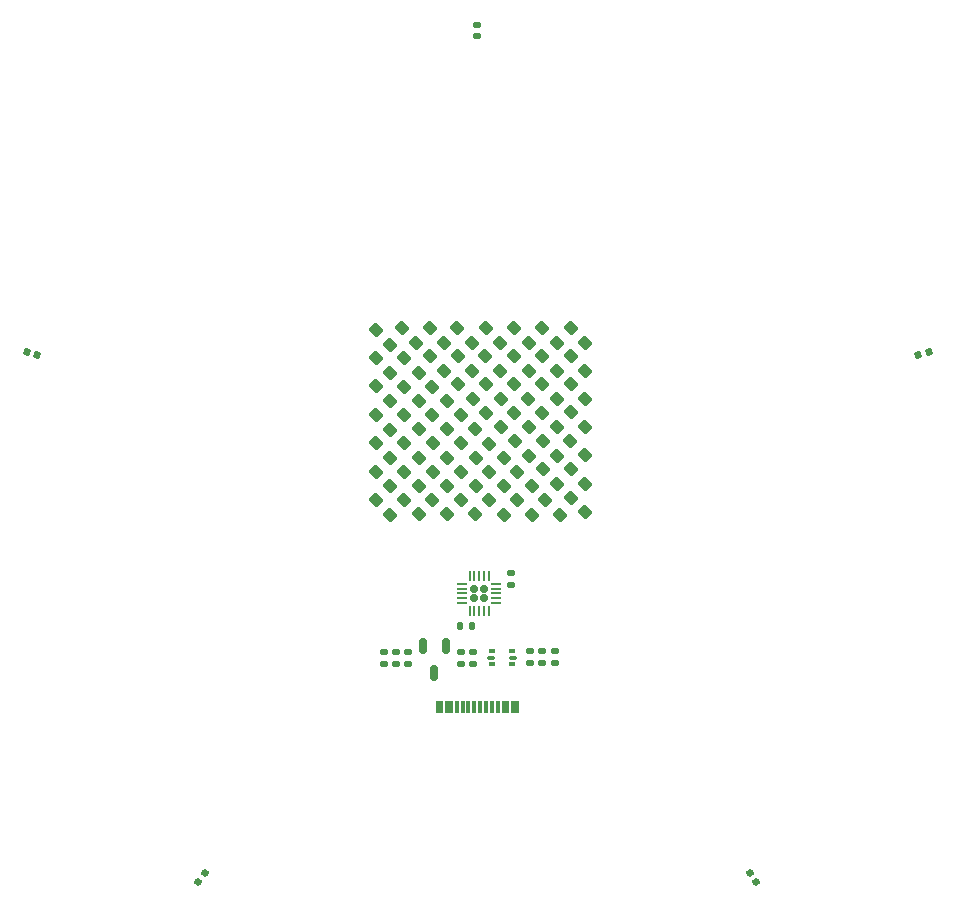
<source format=gbr>
%TF.GenerationSoftware,KiCad,Pcbnew,8.0.6*%
%TF.CreationDate,2024-11-25T17:42:41+01:00*%
%TF.ProjectId,star,73746172-2e6b-4696-9361-645f70636258,rev?*%
%TF.SameCoordinates,Original*%
%TF.FileFunction,Paste,Top*%
%TF.FilePolarity,Positive*%
%FSLAX46Y46*%
G04 Gerber Fmt 4.6, Leading zero omitted, Abs format (unit mm)*
G04 Created by KiCad (PCBNEW 8.0.6) date 2024-11-25 17:42:41*
%MOMM*%
%LPD*%
G01*
G04 APERTURE LIST*
G04 Aperture macros list*
%AMRoundRect*
0 Rectangle with rounded corners*
0 $1 Rounding radius*
0 $2 $3 $4 $5 $6 $7 $8 $9 X,Y pos of 4 corners*
0 Add a 4 corners polygon primitive as box body*
4,1,4,$2,$3,$4,$5,$6,$7,$8,$9,$2,$3,0*
0 Add four circle primitives for the rounded corners*
1,1,$1+$1,$2,$3*
1,1,$1+$1,$4,$5*
1,1,$1+$1,$6,$7*
1,1,$1+$1,$8,$9*
0 Add four rect primitives between the rounded corners*
20,1,$1+$1,$2,$3,$4,$5,0*
20,1,$1+$1,$4,$5,$6,$7,0*
20,1,$1+$1,$6,$7,$8,$9,0*
20,1,$1+$1,$8,$9,$2,$3,0*%
G04 Aperture macros list end*
%ADD10RoundRect,0.237500X0.371231X-0.035355X-0.035355X0.371231X-0.371231X0.035355X0.035355X-0.371231X0*%
%ADD11RoundRect,0.140000X0.185681X0.118417X-0.080615X0.204942X-0.185681X-0.118417X0.080615X-0.204942X0*%
%ADD12RoundRect,0.135000X0.185000X-0.135000X0.185000X0.135000X-0.185000X0.135000X-0.185000X-0.135000X0*%
%ADD13RoundRect,0.140000X-0.170000X0.140000X-0.170000X-0.140000X0.170000X-0.140000X0.170000X0.140000X0*%
%ADD14R,0.300000X1.100000*%
%ADD15RoundRect,0.140000X-0.055243X0.213186X-0.219823X-0.013339X0.055243X-0.213186X0.219823X0.013339X0*%
%ADD16RoundRect,0.167500X0.167500X0.167500X-0.167500X0.167500X-0.167500X-0.167500X0.167500X-0.167500X0*%
%ADD17RoundRect,0.050000X0.375000X0.050000X-0.375000X0.050000X-0.375000X-0.050000X0.375000X-0.050000X0*%
%ADD18RoundRect,0.050000X0.050000X0.375000X-0.050000X0.375000X-0.050000X-0.375000X0.050000X-0.375000X0*%
%ADD19RoundRect,0.140000X0.170000X-0.140000X0.170000X0.140000X-0.170000X0.140000X-0.170000X-0.140000X0*%
%ADD20RoundRect,0.093750X-0.156250X-0.093750X0.156250X-0.093750X0.156250X0.093750X-0.156250X0.093750X0*%
%ADD21RoundRect,0.075000X-0.250000X-0.075000X0.250000X-0.075000X0.250000X0.075000X-0.250000X0.075000X0*%
%ADD22RoundRect,0.135000X0.135000X0.185000X-0.135000X0.185000X-0.135000X-0.185000X0.135000X-0.185000X0*%
%ADD23RoundRect,0.150000X-0.150000X0.512500X-0.150000X-0.512500X0.150000X-0.512500X0.150000X0.512500X0*%
%ADD24RoundRect,0.140000X-0.219823X0.013339X-0.055243X-0.213186X0.219823X-0.013339X0.055243X0.213186X0*%
%ADD25RoundRect,0.140000X-0.080615X-0.204942X0.185681X-0.118417X0.080615X0.204942X-0.185681X0.118417X0*%
G04 APERTURE END LIST*
D10*
%TO.C,D22*%
X120378718Y-94723718D03*
X119141282Y-93486282D03*
%TD*%
D11*
%TO.C,C8*%
X85926507Y-95788328D03*
X85013493Y-95491672D03*
%TD*%
D10*
%TO.C,D42*%
X129903718Y-99478718D03*
X128666282Y-98241282D03*
%TD*%
%TO.C,D36*%
X132313718Y-94728718D03*
X131076282Y-93491282D03*
%TD*%
%TO.C,D75*%
X125413718Y-106898718D03*
X124176282Y-105661282D03*
%TD*%
%TO.C,D72*%
X127788718Y-106903718D03*
X126551282Y-105666282D03*
%TD*%
%TO.C,D48*%
X125178718Y-101893718D03*
X123941282Y-100656282D03*
%TD*%
%TO.C,D69*%
X129943718Y-106708718D03*
X128706282Y-105471282D03*
%TD*%
D12*
%TO.C,R15*%
X122850000Y-121960000D03*
X122850000Y-120940000D03*
%TD*%
D10*
%TO.C,D60*%
X118198718Y-109273718D03*
X116961282Y-108036282D03*
%TD*%
%TO.C,D63*%
X115818718Y-106893718D03*
X114581282Y-105656282D03*
%TD*%
%TO.C,D24*%
X122708718Y-94723718D03*
X121471282Y-93486282D03*
%TD*%
%TO.C,D58*%
X118223718Y-104493718D03*
X116986282Y-103256282D03*
%TD*%
%TO.C,D49*%
X123003718Y-102083718D03*
X121766282Y-100846282D03*
%TD*%
%TO.C,D25*%
X120363718Y-97098718D03*
X119126282Y-95861282D03*
%TD*%
%TO.C,D56*%
X120573718Y-109263718D03*
X119336282Y-108026282D03*
%TD*%
D13*
%TO.C,C3*%
X117305000Y-120950000D03*
X117305000Y-121910000D03*
%TD*%
D10*
%TO.C,D61*%
X115818718Y-102088718D03*
X114581282Y-100851282D03*
%TD*%
D14*
%TO.C,J2*%
X119820000Y-125605000D03*
X120620000Y-125605000D03*
X121920000Y-125605000D03*
X122920000Y-125605000D03*
X123420000Y-125605000D03*
X124420000Y-125605000D03*
X125720000Y-125605000D03*
X126520000Y-125605000D03*
X126220000Y-125605000D03*
X125420000Y-125605000D03*
X124920000Y-125605000D03*
X123920000Y-125605000D03*
X122420000Y-125605000D03*
X121420000Y-125605000D03*
X120920000Y-125605000D03*
X120120000Y-125605000D03*
%TD*%
D10*
%TO.C,D46*%
X129903718Y-101888718D03*
X128666282Y-100651282D03*
%TD*%
%TO.C,D40*%
X125083718Y-97098718D03*
X123846282Y-95861282D03*
%TD*%
%TO.C,D54*%
X120623718Y-104483718D03*
X119386282Y-103246282D03*
%TD*%
%TO.C,D57*%
X118223718Y-102078718D03*
X116986282Y-100841282D03*
%TD*%
%TO.C,D76*%
X125413718Y-109288718D03*
X124176282Y-108051282D03*
%TD*%
D15*
%TO.C,C5*%
X100092137Y-139636672D03*
X99527863Y-140413328D03*
%TD*%
D10*
%TO.C,D66*%
X132318718Y-106688718D03*
X131081282Y-105451282D03*
%TD*%
%TO.C,D43*%
X127503718Y-99493718D03*
X126266282Y-98256282D03*
%TD*%
%TO.C,D67*%
X132318718Y-109103718D03*
X131081282Y-107866282D03*
%TD*%
%TO.C,D74*%
X125413718Y-104508718D03*
X124176282Y-103271282D03*
%TD*%
%TO.C,D27*%
X122778718Y-99498718D03*
X121541282Y-98261282D03*
%TD*%
%TO.C,D30*%
X120613718Y-99698718D03*
X119376282Y-98461282D03*
%TD*%
%TO.C,D41*%
X132303718Y-99488718D03*
X131066282Y-98251282D03*
%TD*%
%TO.C,D34*%
X127508718Y-94728718D03*
X126271282Y-93491282D03*
%TD*%
%TO.C,D44*%
X125153718Y-99508718D03*
X123916282Y-98271282D03*
%TD*%
%TO.C,D64*%
X115818718Y-109283718D03*
X114581282Y-108046282D03*
%TD*%
%TO.C,D33*%
X129918718Y-94728718D03*
X128681282Y-93491282D03*
%TD*%
D12*
%TO.C,R1*%
X116300000Y-121955000D03*
X116300000Y-120935000D03*
%TD*%
D16*
%TO.C,U1*%
X123735000Y-116370000D03*
X123735000Y-115550000D03*
X122915000Y-116370000D03*
X122915000Y-115550000D03*
D17*
X124775000Y-116760000D03*
X124775000Y-116360000D03*
X124775000Y-115960000D03*
X124775000Y-115560000D03*
X124775000Y-115160000D03*
D18*
X124125000Y-114510000D03*
X123725000Y-114510000D03*
X123325000Y-114510000D03*
X122925000Y-114510000D03*
X122525000Y-114510000D03*
D17*
X121875000Y-115160000D03*
X121875000Y-115560000D03*
X121875000Y-115960000D03*
X121875000Y-116360000D03*
X121875000Y-116760000D03*
D18*
X122525000Y-117410000D03*
X122925000Y-117410000D03*
X123325000Y-117410000D03*
X123725000Y-117410000D03*
X124125000Y-117410000D03*
%TD*%
D10*
%TO.C,D55*%
X120623718Y-106898718D03*
X119386282Y-105661282D03*
%TD*%
%TO.C,D52*%
X122998718Y-109278718D03*
X121761282Y-108041282D03*
%TD*%
%TO.C,D47*%
X127553718Y-101903718D03*
X126316282Y-100666282D03*
%TD*%
%TO.C,D28*%
X118213718Y-97293718D03*
X116976282Y-96056282D03*
%TD*%
%TO.C,D38*%
X129883718Y-97093718D03*
X128646282Y-95856282D03*
%TD*%
%TO.C,D23*%
X122743718Y-97113718D03*
X121506282Y-95876282D03*
%TD*%
%TO.C,D31*%
X118208718Y-99688718D03*
X116971282Y-98451282D03*
%TD*%
%TO.C,D21*%
X118013718Y-94723718D03*
X116776282Y-93486282D03*
%TD*%
%TO.C,D29*%
X115813718Y-97283718D03*
X114576282Y-96046282D03*
%TD*%
%TO.C,D68*%
X129943718Y-104293718D03*
X128706282Y-103056282D03*
%TD*%
%TO.C,D50*%
X123028718Y-104498718D03*
X121791282Y-103261282D03*
%TD*%
D13*
%TO.C,C4*%
X125995000Y-114270000D03*
X125995000Y-115230000D03*
%TD*%
D10*
%TO.C,D73*%
X127788718Y-109293718D03*
X126551282Y-108056282D03*
%TD*%
%TO.C,D53*%
X120598718Y-102068718D03*
X119361282Y-100831282D03*
%TD*%
D19*
%TO.C,C1*%
X123170000Y-68765000D03*
X123170000Y-67805000D03*
%TD*%
D10*
%TO.C,D39*%
X127508718Y-97108718D03*
X126271282Y-95871282D03*
%TD*%
%TO.C,D62*%
X115818718Y-104503718D03*
X114581282Y-103266282D03*
%TD*%
D20*
%TO.C,U4*%
X124450000Y-120872500D03*
D21*
X124375000Y-121410000D03*
D20*
X124450000Y-121947500D03*
X126150000Y-121947500D03*
D21*
X126225000Y-121410000D03*
D20*
X126150000Y-120872500D03*
%TD*%
D10*
%TO.C,D51*%
X123023718Y-106888718D03*
X121786282Y-105651282D03*
%TD*%
D12*
%TO.C,R16*%
X129715000Y-121885000D03*
X129715000Y-120865000D03*
%TD*%
D22*
%TO.C,R17*%
X122735000Y-118719369D03*
X121715000Y-118719369D03*
%TD*%
D12*
%TO.C,R19*%
X128687500Y-121885000D03*
X128687500Y-120865000D03*
%TD*%
D10*
%TO.C,D26*%
X115813718Y-94913718D03*
X114576282Y-93676282D03*
%TD*%
%TO.C,D35*%
X125123718Y-94728718D03*
X123886282Y-93491282D03*
%TD*%
%TO.C,D71*%
X127588718Y-104313718D03*
X126351282Y-103076282D03*
%TD*%
%TO.C,D65*%
X132293718Y-104273718D03*
X131056282Y-103036282D03*
%TD*%
%TO.C,D59*%
X118208718Y-106888718D03*
X116971282Y-105651282D03*
%TD*%
D19*
%TO.C,C2*%
X121780000Y-121915000D03*
X121780000Y-120955000D03*
%TD*%
D23*
%TO.C,U3*%
X120485000Y-120397500D03*
X118585000Y-120397500D03*
X119535000Y-122672500D03*
%TD*%
D12*
%TO.C,R2*%
X115295000Y-121960000D03*
X115295000Y-120940000D03*
%TD*%
D10*
%TO.C,D45*%
X132303718Y-101873718D03*
X131066282Y-100636282D03*
%TD*%
D24*
%TO.C,C6*%
X146227863Y-139616672D03*
X146792137Y-140393328D03*
%TD*%
D10*
%TO.C,D32*%
X115808718Y-99678718D03*
X114571282Y-98441282D03*
%TD*%
D12*
%TO.C,R20*%
X127660000Y-121885000D03*
X127660000Y-120865000D03*
%TD*%
D10*
%TO.C,D37*%
X132308718Y-97103718D03*
X131071282Y-95866282D03*
%TD*%
%TO.C,D70*%
X130168718Y-109298718D03*
X128931282Y-108061282D03*
%TD*%
D25*
%TO.C,C7*%
X160478493Y-95798328D03*
X161391507Y-95501672D03*
%TD*%
M02*

</source>
